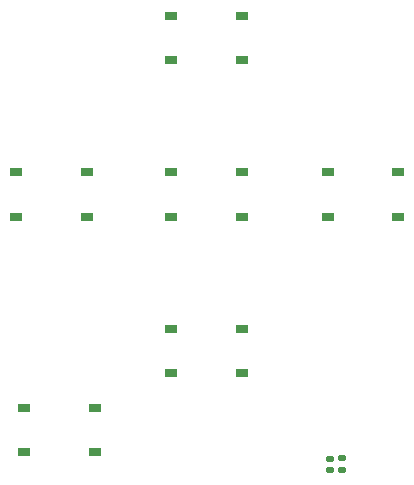
<source format=gbr>
%TF.GenerationSoftware,KiCad,Pcbnew,7.0.2-0*%
%TF.CreationDate,2023-08-13T19:48:24+08:00*%
%TF.ProjectId,Music_32_V2,4d757369-635f-4333-925f-56322e6b6963,rev?*%
%TF.SameCoordinates,Original*%
%TF.FileFunction,Paste,Bot*%
%TF.FilePolarity,Positive*%
%FSLAX46Y46*%
G04 Gerber Fmt 4.6, Leading zero omitted, Abs format (unit mm)*
G04 Created by KiCad (PCBNEW 7.0.2-0) date 2023-08-13 19:48:24*
%MOMM*%
%LPD*%
G01*
G04 APERTURE LIST*
G04 Aperture macros list*
%AMRoundRect*
0 Rectangle with rounded corners*
0 $1 Rounding radius*
0 $2 $3 $4 $5 $6 $7 $8 $9 X,Y pos of 4 corners*
0 Add a 4 corners polygon primitive as box body*
4,1,4,$2,$3,$4,$5,$6,$7,$8,$9,$2,$3,0*
0 Add four circle primitives for the rounded corners*
1,1,$1+$1,$2,$3*
1,1,$1+$1,$4,$5*
1,1,$1+$1,$6,$7*
1,1,$1+$1,$8,$9*
0 Add four rect primitives between the rounded corners*
20,1,$1+$1,$2,$3,$4,$5,0*
20,1,$1+$1,$4,$5,$6,$7,0*
20,1,$1+$1,$6,$7,$8,$9,0*
20,1,$1+$1,$8,$9,$2,$3,0*%
G04 Aperture macros list end*
%ADD10R,1.000000X0.750000*%
%ADD11RoundRect,0.147500X-0.172500X0.147500X-0.172500X-0.147500X0.172500X-0.147500X0.172500X0.147500X0*%
G04 APERTURE END LIST*
D10*
%TO.C,SW3*%
X143270000Y-132625000D03*
X137270000Y-132625000D03*
X143270000Y-136375000D03*
X137270000Y-136375000D03*
%TD*%
%TO.C,SW5*%
X156420000Y-145875000D03*
X150420000Y-145875000D03*
X156420000Y-149625000D03*
X150420000Y-149625000D03*
%TD*%
%TO.C,SW4*%
X169670000Y-132625000D03*
X163670000Y-132625000D03*
X169670000Y-136375000D03*
X163670000Y-136375000D03*
%TD*%
%TO.C,SW1*%
X156420000Y-132625000D03*
X150420000Y-132625000D03*
X156420000Y-136375000D03*
X150420000Y-136375000D03*
%TD*%
%TO.C,SW2*%
X156420000Y-119375000D03*
X150420000Y-119375000D03*
X156420000Y-123125000D03*
X150420000Y-123125000D03*
%TD*%
%TO.C,SW6*%
X143986762Y-152555000D03*
X137986762Y-152555000D03*
X143986762Y-156305000D03*
X137986762Y-156305000D03*
%TD*%
D11*
%TO.C,D5*%
X164900000Y-156835001D03*
X164900000Y-157805001D03*
%TD*%
%TO.C,D4*%
X163900000Y-156850000D03*
X163900000Y-157820000D03*
%TD*%
M02*

</source>
